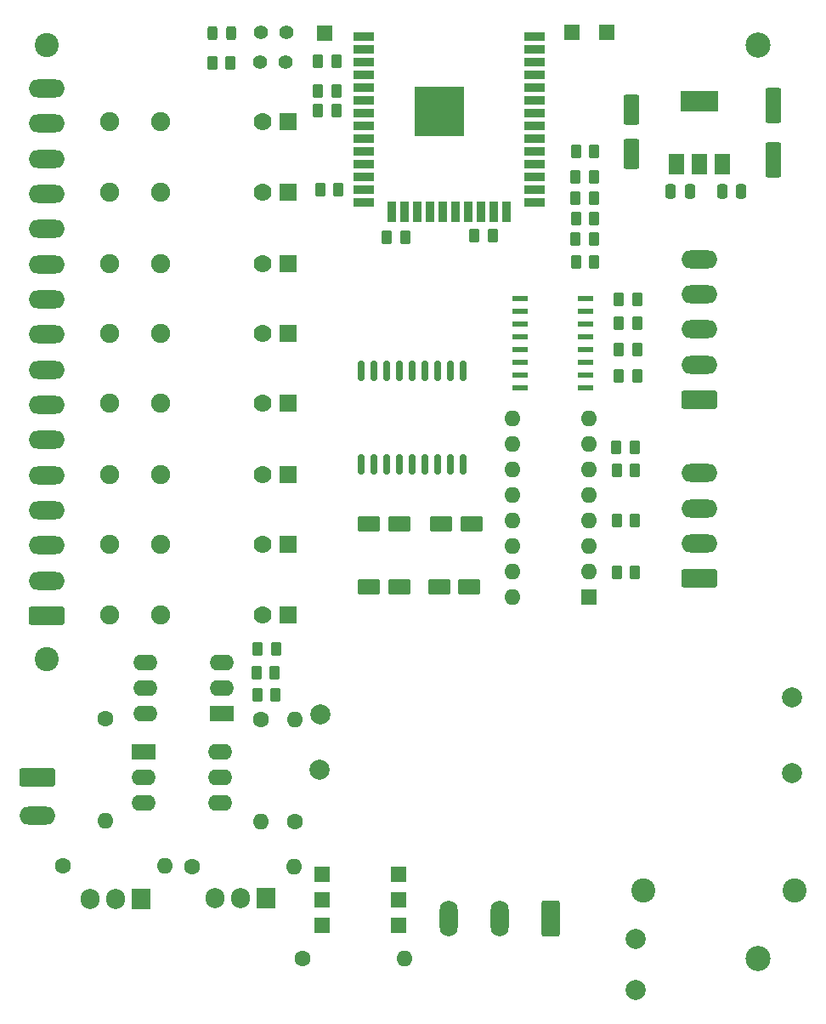
<source format=gbr>
%TF.GenerationSoftware,KiCad,Pcbnew,6.99.0-unknown-f8b157a1fb~149~ubuntu22.04.1*%
%TF.CreationDate,2022-08-25T07:22:00+02:00*%
%TF.ProjectId,in_out,696e5f6f-7574-42e6-9b69-6361645f7063,rev?*%
%TF.SameCoordinates,Original*%
%TF.FileFunction,Soldermask,Top*%
%TF.FilePolarity,Negative*%
%FSLAX46Y46*%
G04 Gerber Fmt 4.6, Leading zero omitted, Abs format (unit mm)*
G04 Created by KiCad (PCBNEW 6.99.0-unknown-f8b157a1fb~149~ubuntu22.04.1) date 2022-08-25 07:22:00*
%MOMM*%
%LPD*%
G01*
G04 APERTURE LIST*
G04 Aperture macros list*
%AMRoundRect*
0 Rectangle with rounded corners*
0 $1 Rounding radius*
0 $2 $3 $4 $5 $6 $7 $8 $9 X,Y pos of 4 corners*
0 Add a 4 corners polygon primitive as box body*
4,1,4,$2,$3,$4,$5,$6,$7,$8,$9,$2,$3,0*
0 Add four circle primitives for the rounded corners*
1,1,$1+$1,$2,$3*
1,1,$1+$1,$4,$5*
1,1,$1+$1,$6,$7*
1,1,$1+$1,$8,$9*
0 Add four rect primitives between the rounded corners*
20,1,$1+$1,$2,$3,$4,$5,0*
20,1,$1+$1,$4,$5,$6,$7,0*
20,1,$1+$1,$6,$7,$8,$9,0*
20,1,$1+$1,$8,$9,$2,$3,0*%
G04 Aperture macros list end*
%ADD10RoundRect,0.250000X-0.262500X-0.450000X0.262500X-0.450000X0.262500X0.450000X-0.262500X0.450000X0*%
%ADD11RoundRect,0.250000X0.850000X0.550000X-0.850000X0.550000X-0.850000X-0.550000X0.850000X-0.550000X0*%
%ADD12RoundRect,0.250000X0.250000X0.475000X-0.250000X0.475000X-0.250000X-0.475000X0.250000X-0.475000X0*%
%ADD13R,1.500000X2.000000*%
%ADD14R,3.800000X2.000000*%
%ADD15C,1.600000*%
%ADD16O,1.600000X1.600000*%
%ADD17RoundRect,0.243750X-0.243750X-0.456250X0.243750X-0.456250X0.243750X0.456250X-0.243750X0.456250X0*%
%ADD18RoundRect,0.250000X0.262500X0.450000X-0.262500X0.450000X-0.262500X-0.450000X0.262500X-0.450000X0*%
%ADD19RoundRect,0.150000X-0.150000X0.875000X-0.150000X-0.875000X0.150000X-0.875000X0.150000X0.875000X0*%
%ADD20C,2.400000*%
%ADD21C,2.000000*%
%ADD22RoundRect,0.250000X1.550000X-0.650000X1.550000X0.650000X-1.550000X0.650000X-1.550000X-0.650000X0*%
%ADD23O,3.600000X1.800000*%
%ADD24R,2.400000X1.600000*%
%ADD25O,2.400000X1.600000*%
%ADD26R,1.500000X1.500000*%
%ADD27RoundRect,0.250000X0.550000X-1.500000X0.550000X1.500000X-0.550000X1.500000X-0.550000X-1.500000X0*%
%ADD28R,1.778000X1.778000*%
%ADD29C,1.778000*%
%ADD30C,1.900000*%
%ADD31RoundRect,0.250000X-0.550000X1.250000X-0.550000X-1.250000X0.550000X-1.250000X0.550000X1.250000X0*%
%ADD32R,1.600000X1.600000*%
%ADD33RoundRect,0.250000X-0.250000X-0.475000X0.250000X-0.475000X0.250000X0.475000X-0.250000X0.475000X0*%
%ADD34RoundRect,0.137500X0.662500X0.137500X-0.662500X0.137500X-0.662500X-0.137500X0.662500X-0.137500X0*%
%ADD35C,2.500000*%
%ADD36R,1.905000X2.000000*%
%ADD37O,1.905000X2.000000*%
%ADD38C,1.400000*%
%ADD39RoundRect,0.250000X-1.550000X0.650000X-1.550000X-0.650000X1.550000X-0.650000X1.550000X0.650000X0*%
%ADD40RoundRect,0.250000X0.650000X1.550000X-0.650000X1.550000X-0.650000X-1.550000X0.650000X-1.550000X0*%
%ADD41O,1.800000X3.600000*%
%ADD42R,2.000000X0.900000*%
%ADD43R,0.900000X2.000000*%
%ADD44R,5.000000X5.000000*%
G04 APERTURE END LIST*
D10*
%TO.C,R13*%
X131675000Y-58900000D03*
X133500000Y-58900000D03*
%TD*%
D11*
%TO.C,C2*%
X114100000Y-97600000D03*
X111100000Y-97600000D03*
%TD*%
D12*
%TO.C,C6*%
X143063000Y-58293000D03*
X141163000Y-58293000D03*
%TD*%
D13*
%TO.C,U5*%
X141699999Y-55549999D03*
X143999999Y-55549999D03*
D14*
X143999999Y-49249999D03*
D13*
X146299999Y-55549999D03*
%TD*%
D15*
%TO.C,R1*%
X93470000Y-125450000D03*
D16*
X103629999Y-125449999D03*
%TD*%
D17*
%TO.C,D1*%
X95475000Y-42500000D03*
X97350000Y-42500000D03*
%TD*%
D18*
%TO.C,R15*%
X114712500Y-62800000D03*
X112887500Y-62800000D03*
%TD*%
D11*
%TO.C,C3*%
X121300000Y-91400000D03*
X118300000Y-91400000D03*
%TD*%
D10*
%TO.C,R11*%
X106237500Y-58050000D03*
X108062500Y-58050000D03*
%TD*%
%TO.C,R20*%
X95475000Y-45450000D03*
X97300000Y-45450000D03*
%TD*%
%TO.C,R24*%
X135975000Y-71400000D03*
X137800000Y-71400000D03*
%TD*%
D19*
%TO.C,U7*%
X120480000Y-76150000D03*
X119210000Y-76150000D03*
X117940000Y-76150000D03*
X116670000Y-76150000D03*
X115400000Y-76150000D03*
X114130000Y-76150000D03*
X112860000Y-76150000D03*
X111590000Y-76150000D03*
X110320000Y-76150000D03*
X110320000Y-85450000D03*
X111590000Y-85450000D03*
X112860000Y-85450000D03*
X114130000Y-85450000D03*
X115400000Y-85450000D03*
X116670000Y-85450000D03*
X117940000Y-85450000D03*
X119210000Y-85450000D03*
X120480000Y-85450000D03*
%TD*%
D20*
%TO.C,C8*%
X153466800Y-127812800D03*
X138466800Y-127812800D03*
%TD*%
D15*
%TO.C,R2*%
X80568800Y-125425200D03*
D16*
X90728799Y-125425199D03*
%TD*%
D21*
%TO.C,F1*%
X137668000Y-132638800D03*
X137668000Y-137718800D03*
%TD*%
D15*
%TO.C,R3*%
X84800000Y-110720000D03*
D16*
X84799999Y-120879999D03*
%TD*%
D15*
%TO.C,R10*%
X104520000Y-134600000D03*
D16*
X114679999Y-134599999D03*
%TD*%
D21*
%TO.C,H1*%
X153263600Y-108661200D03*
%TD*%
D18*
%TO.C,R7*%
X101712500Y-106200000D03*
X99887500Y-106200000D03*
%TD*%
D10*
%TO.C,R27*%
X135775000Y-91000000D03*
X137600000Y-91000000D03*
%TD*%
D11*
%TO.C,C1*%
X121100000Y-97600000D03*
X118100000Y-97600000D03*
%TD*%
D22*
%TO.C,J4*%
X144000000Y-96800000D03*
D23*
X143999999Y-93299999D03*
X143999999Y-89799999D03*
X143999999Y-86299999D03*
%TD*%
D18*
%TO.C,R8*%
X101825000Y-103850000D03*
X100000000Y-103850000D03*
%TD*%
D24*
%TO.C,U3*%
X96407999Y-110220999D03*
D25*
X96407999Y-107680999D03*
X96407999Y-105140999D03*
X88787999Y-105140999D03*
X88787999Y-107680999D03*
X88787999Y-110220999D03*
%TD*%
D26*
%TO.C,TP2*%
X131299999Y-42449999D03*
%TD*%
D27*
%TO.C,C9*%
X151400000Y-55100000D03*
X151400000Y-49700000D03*
%TD*%
D10*
%TO.C,R28*%
X135775000Y-86000000D03*
X137600000Y-86000000D03*
%TD*%
D15*
%TO.C,R5*%
X100350000Y-110840000D03*
D16*
X100349999Y-120999999D03*
%TD*%
D10*
%TO.C,R19*%
X106037500Y-45275000D03*
X107862500Y-45275000D03*
%TD*%
D18*
%TO.C,R17*%
X133487500Y-56825000D03*
X131662500Y-56825000D03*
%TD*%
%TO.C,R18*%
X133500000Y-63000000D03*
X131675000Y-63000000D03*
%TD*%
D28*
%TO.C,K1*%
X103009999Y-51322499D03*
D29*
X100470000Y-51322500D03*
D30*
X90310000Y-51322500D03*
X85230000Y-51322500D03*
%TD*%
D31*
%TO.C,C5*%
X137287000Y-50124000D03*
X137287000Y-54524000D03*
%TD*%
D10*
%TO.C,R14*%
X131700000Y-54250000D03*
X133525000Y-54250000D03*
%TD*%
D18*
%TO.C,R30*%
X107850000Y-48275000D03*
X106025000Y-48275000D03*
%TD*%
D20*
%TO.C,J2*%
X78992500Y-104800000D03*
X78992500Y-43700000D03*
D22*
X78992500Y-100500000D03*
D23*
X78992499Y-96999999D03*
X78992499Y-93499999D03*
X78992499Y-89999999D03*
X78992499Y-86499999D03*
X78992499Y-82999999D03*
X78992499Y-79499999D03*
X78992499Y-75999999D03*
X78992499Y-72499999D03*
X78992499Y-68999999D03*
X78992499Y-65499999D03*
X78992499Y-61999999D03*
X78992499Y-58499999D03*
X78992499Y-54999999D03*
X78992499Y-51499999D03*
X78992499Y-47999999D03*
%TD*%
D32*
%TO.C,U1*%
X106389999Y-126259999D03*
X106389999Y-128799999D03*
X106389999Y-131339999D03*
X114009999Y-131339999D03*
X114009999Y-128799999D03*
X114009999Y-126259999D03*
%TD*%
D21*
%TO.C,H4*%
X106200000Y-115800000D03*
%TD*%
D33*
%TO.C,C7*%
X146309000Y-58293000D03*
X148209000Y-58293000D03*
%TD*%
D21*
%TO.C,H2*%
X153212800Y-116128800D03*
%TD*%
D10*
%TO.C,R23*%
X135975000Y-74000000D03*
X137800000Y-74000000D03*
%TD*%
D34*
%TO.C,U6*%
X132650000Y-77845000D03*
X132650000Y-76575000D03*
X132650000Y-75305000D03*
X132650000Y-74035000D03*
X132650000Y-72765000D03*
X132650000Y-71495000D03*
X132650000Y-70225000D03*
X132650000Y-68955000D03*
X126150000Y-68955000D03*
X126150000Y-70225000D03*
X126150000Y-71495000D03*
X126150000Y-72765000D03*
X126150000Y-74035000D03*
X126150000Y-75305000D03*
X126150000Y-76575000D03*
X126150000Y-77845000D03*
%TD*%
D35*
%TO.C,REF\u002A\u002A*%
X149860000Y-43688000D03*
%TD*%
D10*
%TO.C,R22*%
X131712500Y-65300000D03*
X133537500Y-65300000D03*
%TD*%
D28*
%TO.C,K3*%
X103009999Y-65422499D03*
D29*
X100470000Y-65422500D03*
D30*
X90310000Y-65422500D03*
X85230000Y-65422500D03*
%TD*%
D36*
%TO.C,Q2*%
X100839999Y-128654999D03*
D37*
X98299999Y-128654999D03*
X95759999Y-128654999D03*
%TD*%
D38*
%TO.C,JP1*%
X102900000Y-42400000D03*
X100360000Y-42400000D03*
%TD*%
D28*
%TO.C,K2*%
X103009999Y-58322499D03*
D29*
X100470000Y-58322500D03*
D30*
X90310000Y-58322500D03*
X85230000Y-58322500D03*
%TD*%
D39*
%TO.C,J1*%
X78097500Y-116578100D03*
D23*
X78097499Y-120388099D03*
%TD*%
D10*
%TO.C,R26*%
X135775000Y-96200000D03*
X137600000Y-96200000D03*
%TD*%
D15*
%TO.C,R9*%
X103700000Y-121000000D03*
D16*
X103699999Y-110839999D03*
%TD*%
D10*
%TO.C,R21*%
X135975000Y-76600000D03*
X137800000Y-76600000D03*
%TD*%
D32*
%TO.C,U8*%
X132999999Y-98674999D03*
D16*
X132999999Y-96134999D03*
X132999999Y-93594999D03*
X132999999Y-91054999D03*
X132999999Y-88514999D03*
X132999999Y-85974999D03*
X132999999Y-83434999D03*
X132999999Y-80894999D03*
X125379999Y-80894999D03*
X125379999Y-83434999D03*
X125379999Y-85974999D03*
X125379999Y-88514999D03*
X125379999Y-91054999D03*
X125379999Y-93594999D03*
X125379999Y-96134999D03*
X125379999Y-98674999D03*
%TD*%
D40*
%TO.C,J5*%
X129235200Y-130606800D03*
D41*
X124155199Y-130606799D03*
X119075199Y-130606799D03*
%TD*%
D18*
%TO.C,R6*%
X107837500Y-50250000D03*
X106012500Y-50250000D03*
%TD*%
D35*
%TO.C,REF\u002A\u002A*%
X149860000Y-134620000D03*
%TD*%
D26*
%TO.C,TP1*%
X134799999Y-42399999D03*
%TD*%
D24*
%TO.C,U2*%
X88630999Y-114060999D03*
D25*
X88630999Y-116600999D03*
X88630999Y-119140999D03*
X96250999Y-119140999D03*
X96250999Y-116600999D03*
X96250999Y-114060999D03*
%TD*%
D28*
%TO.C,K8*%
X103009999Y-100422499D03*
D29*
X100470000Y-100422500D03*
D30*
X90310000Y-100422500D03*
X85230000Y-100422500D03*
%TD*%
D38*
%TO.C,JP2*%
X102750000Y-45400000D03*
X100210000Y-45400000D03*
%TD*%
D28*
%TO.C,K4*%
X103009999Y-72422499D03*
D29*
X100470000Y-72422500D03*
D30*
X90310000Y-72422500D03*
X85230000Y-72422500D03*
%TD*%
D22*
%TO.C,J3*%
X144000000Y-79000000D03*
D23*
X143999999Y-75499999D03*
X143999999Y-71999999D03*
X143999999Y-68499999D03*
X143999999Y-64999999D03*
%TD*%
D10*
%TO.C,R29*%
X135737500Y-83700000D03*
X137562500Y-83700000D03*
%TD*%
%TO.C,R12*%
X131700000Y-61000000D03*
X133525000Y-61000000D03*
%TD*%
D28*
%TO.C,K5*%
X103009999Y-79322499D03*
D29*
X100470000Y-79322500D03*
D30*
X90310000Y-79322500D03*
X85230000Y-79322500D03*
%TD*%
D10*
%TO.C,R25*%
X135975000Y-69000000D03*
X137800000Y-69000000D03*
%TD*%
D36*
%TO.C,Q1*%
X88349999Y-128699999D03*
D37*
X85809999Y-128699999D03*
X83269999Y-128699999D03*
%TD*%
D11*
%TO.C,C4*%
X114100000Y-91400000D03*
X111100000Y-91400000D03*
%TD*%
D42*
%TO.C,U4*%
X110599999Y-42819999D03*
X110599999Y-44089999D03*
X110599999Y-45359999D03*
X110599999Y-46629999D03*
X110599999Y-47899999D03*
X110599999Y-49169999D03*
X110599999Y-50439999D03*
X110599999Y-51709999D03*
X110599999Y-52979999D03*
X110599999Y-54249999D03*
X110599999Y-55519999D03*
X110599999Y-56789999D03*
X110599999Y-58059999D03*
X110599999Y-59329999D03*
D43*
X113384999Y-60329999D03*
X114654999Y-60329999D03*
X115924999Y-60329999D03*
X117194999Y-60329999D03*
X118464999Y-60329999D03*
X119734999Y-60329999D03*
X121004999Y-60329999D03*
X122274999Y-60329999D03*
X123544999Y-60329999D03*
X124814999Y-60329999D03*
D42*
X127599999Y-59329999D03*
X127599999Y-58059999D03*
X127599999Y-56789999D03*
X127599999Y-55519999D03*
X127599999Y-54249999D03*
X127599999Y-52979999D03*
X127599999Y-51709999D03*
X127599999Y-50439999D03*
X127599999Y-49169999D03*
X127599999Y-47899999D03*
X127599999Y-46629999D03*
X127599999Y-45359999D03*
X127599999Y-44089999D03*
X127599999Y-42819999D03*
D44*
X118099999Y-50319999D03*
%TD*%
D18*
%TO.C,R4*%
X101800000Y-108400000D03*
X99975000Y-108400000D03*
%TD*%
D21*
%TO.C,H3*%
X106222800Y-110337600D03*
%TD*%
D28*
%TO.C,K7*%
X103009999Y-93422499D03*
D29*
X100470000Y-93422500D03*
D30*
X90310000Y-93422500D03*
X85230000Y-93422500D03*
%TD*%
D26*
%TO.C,TP3*%
X106649999Y-42499999D03*
%TD*%
D28*
%TO.C,K6*%
X103009999Y-86422499D03*
D29*
X100470000Y-86422500D03*
D30*
X90310000Y-86422500D03*
X85230000Y-86422500D03*
%TD*%
D10*
%TO.C,R16*%
X121587500Y-62700000D03*
X123412500Y-62700000D03*
%TD*%
M02*

</source>
